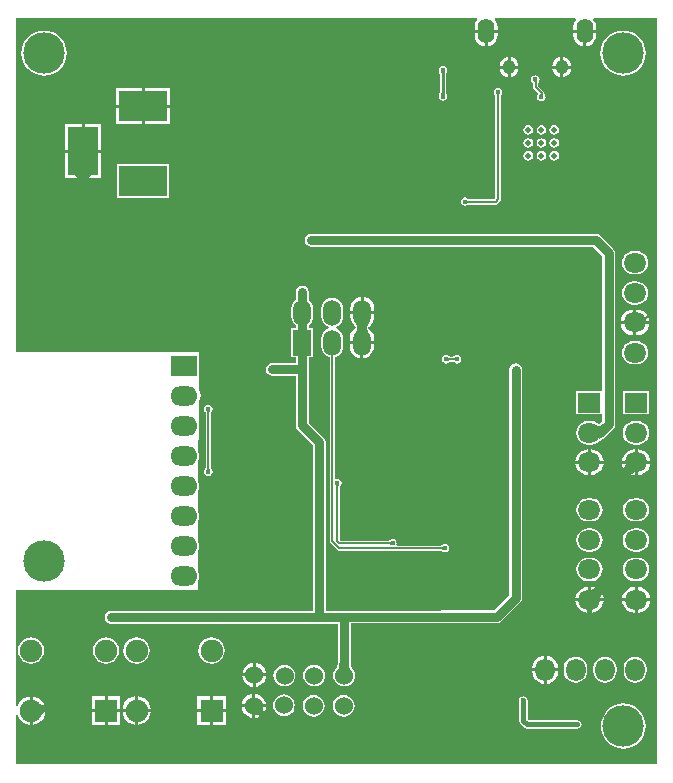
<source format=gbl>
%FSTAX23Y23*%
%MOIN*%
%SFA1B1*%

%IPPOS*%
%ADD12C,0.006000*%
%ADD13C,0.010000*%
%ADD40R,0.100000X0.160000*%
%ADD41R,0.160000X0.100000*%
%ADD42O,0.065000X0.075000*%
%ADD43C,0.138000*%
%ADD44O,0.090000X0.065000*%
%ADD45R,0.090000X0.065000*%
%ADD46O,0.075000X0.065000*%
%ADD47R,0.075000X0.075000*%
%ADD48C,0.075000*%
%ADD49O,0.041300X0.049200*%
%ADD50R,0.060000X0.086000*%
%ADD51O,0.060000X0.086000*%
%ADD52R,0.075000X0.065000*%
%ADD53C,0.060000*%
%ADD54C,0.015700*%
%ADD55C,0.030000*%
%ADD56C,0.015000*%
%ADD57C,0.019700*%
%ADD58O,0.055100X0.082700*%
%LNpcb_bug_v2-1*%
%LPD*%
G36*
X04184Y01451D02*
X02046D01*
Y01614*
X02051Y01615*
X02055Y01606*
X02062Y01596*
X02072Y01589*
X02084Y01584*
X02091Y01583*
Y0163*
Y01677*
X02084Y01676*
X02072Y01672*
X02062Y01664*
X02055Y01654*
X02051Y01645*
X02046Y01646*
Y02031*
X02654*
Y02066*
X02655Y0207*
X02657Y0208*
X02655Y0209*
X02654Y02093*
X02654Y02167*
X02655Y0217*
X02657Y0218*
X02655Y0219*
X02654Y02193*
Y02267*
X02655Y0227*
X02657Y0228*
X02655Y0229*
X02654Y02292*
X02654Y02367*
X02655Y0237*
X02657Y0238*
X02655Y0239*
X02654Y02392*
X02654Y02467*
X02655Y0247*
X02657Y0248*
X02655Y0249*
X02654Y02492*
X02655Y02568*
X02655Y0257*
X02657Y0258*
X02655Y0259*
X02655Y02592*
X02655Y02658*
X02655Y02658*
X02659Y02669*
X02661Y0268*
X02659Y02691*
X02655Y02701*
X02655Y02701*
Y02741*
X02656*
Y02818*
X02655Y0282*
Y02827*
X02046*
Y03938*
X03582*
X03584Y03933*
X0358Y03928*
X03576Y03919*
X03575Y03909*
Y039*
X03651*
Y03909*
X03649Y03919*
X03646Y03928*
X03642Y03933*
X03644Y03938*
X0391*
X03913Y03933*
X03909Y03928*
X03905Y03919*
X03904Y03909*
Y039*
X03942*
X0398*
Y03909*
X03978Y03919*
X03974Y03928*
X0397Y03933*
X03973Y03938*
X04184*
Y01451*
G37*
%LNpcb_bug_v2-2*%
%LPC*%
G36*
X0398Y0389D02*
X03947D01*
Y03844*
X03951Y03845*
X03961Y03849*
X03968Y03855*
X03974Y03863*
X03978Y03872*
X0398Y03882*
Y0389*
G37*
G36*
X03651D02*
X03618D01*
Y03844*
X03623Y03845*
X03632Y03849*
X0364Y03855*
X03646Y03863*
X03649Y03872*
X03651Y03882*
Y0389*
G37*
G36*
X03608D02*
X03575D01*
Y03882*
X03576Y03872*
X0358Y03863*
X03586Y03855*
X03594Y03849*
X03603Y03845*
X03608Y03844*
Y0389*
G37*
G36*
X03937D02*
X03904D01*
Y03882*
X03905Y03872*
X03909Y03863*
X03915Y03855*
X03923Y03849*
X03932Y03845*
X03937Y03844*
Y0389*
G37*
G36*
X0387Y03809D02*
Y0378D01*
X03896*
X03895Y03787*
X03892Y03795*
X03887Y03801*
X0388Y03806*
X03873Y03809*
X0387Y03809*
G37*
G36*
X03695D02*
Y0378D01*
X0372*
X0372Y03787*
X03716Y03795*
X03712Y03801*
X03705Y03806*
X03698Y03809*
X03695Y03809*
G37*
G36*
X0386D02*
X03857Y03809D01*
X03849Y03806*
X03843Y03801*
X03838Y03795*
X03835Y03787*
X03834Y0378*
X0386*
Y03809*
G37*
G36*
X03685D02*
X03682Y03809D01*
X03674Y03806*
X03668Y03801*
X03663Y03795*
X0366Y03787*
X03659Y0378*
X03685*
Y03809*
G37*
G36*
X0407Y03897D02*
X04055Y03896D01*
X04041Y03891*
X04028Y03884*
X04016Y03875*
X04007Y03864*
X04Y03851*
X03996Y03837*
X03994Y03822*
X03996Y03807*
X04Y03793*
X04007Y0378*
X04016Y03769*
X04028Y03759*
X04041Y03752*
X04055Y03748*
X0407Y03746*
X04084Y03748*
X04098Y03752*
X04111Y03759*
X04123Y03769*
X04132Y0378*
X04139Y03793*
X04143Y03807*
X04145Y03822*
X04143Y03837*
X04139Y03851*
X04132Y03864*
X04123Y03875*
X04111Y03884*
X04098Y03891*
X04084Y03896*
X0407Y03897*
G37*
G36*
X02139D02*
X02125Y03896D01*
X02111Y03891*
X02098Y03884*
X02086Y03875*
X02077Y03864*
X0207Y03851*
X02066Y03837*
X02064Y03822*
X02066Y03807*
X0207Y03793*
X02077Y0378*
X02086Y03769*
X02098Y03759*
X02111Y03752*
X02125Y03748*
X02139Y03746*
X02154Y03748*
X02168Y03752*
X02181Y03759*
X02193Y03769*
X02202Y0378*
X02209Y03793*
X02213Y03807*
X02215Y03822*
X02213Y03837*
X02209Y03851*
X02202Y03864*
X02193Y03875*
X02181Y03884*
X02168Y03891*
X02154Y03896*
X02139Y03897*
G37*
G36*
X0386Y0377D02*
X03834D01*
X03835Y03763*
X03838Y03756*
X03843Y03749*
X03849Y03744*
X03857Y03741*
X0386Y03741*
Y0377*
G37*
G36*
X03685D02*
X03659D01*
X0366Y03763*
X03663Y03756*
X03668Y03749*
X03674Y03744*
X03682Y03741*
X03685Y03741*
Y0377*
G37*
G36*
X03896D02*
X0387D01*
Y03741*
X03873Y03741*
X0388Y03744*
X03887Y03749*
X03892Y03756*
X03895Y03763*
X03896Y0377*
G37*
G36*
X0372D02*
X03695D01*
Y03741*
X03698Y03741*
X03705Y03744*
X03712Y03749*
X03716Y03756*
X0372Y03763*
X0372Y0377*
G37*
G36*
X03469Y03779D02*
X03463Y03778D01*
X03459Y03775*
X03456Y0377*
X03455Y03765*
X03456Y03759*
X03457Y03757*
X03457Y03755*
Y03754*
X03458Y03753*
Y03689*
X03457Y03688*
Y03686*
X03457Y03685*
Y03685*
X03457*
X03456Y03683*
X03455Y03677*
X03456Y03672*
X03459Y03667*
X03463Y03664*
X03469Y03663*
X03474Y03664*
X03479Y03667*
X03482Y03672*
X03483Y03677*
X03482Y03683*
X03481Y03685*
X0348Y03687*
Y03688*
X0348Y03689*
Y03753*
X0348Y03754*
Y03756*
Y03757*
X0348Y03757*
X03482Y03759*
X03483Y03765*
X03482Y0377*
X03479Y03775*
X03474Y03778*
X03469Y03779*
G37*
G36*
X03777Y03748D02*
X03772Y03747D01*
X03767Y03744*
X03764Y03739*
X03763Y03734*
X03764Y03728*
X03767Y03724*
X03767Y03723*
X03768Y03723*
X03768Y03723*
X03768Y03722*
X03768Y03722*
Y03722*
X03768Y03722*
Y03722*
Y03722*
Y03721*
X03768Y03721*
Y03721*
X03769Y0372*
Y03709*
X03769Y03706*
X03771Y03703*
X03785Y0369*
X03785Y03689*
X03787Y03685*
X03784Y0368*
X03783Y03675*
X03784Y03669*
X03787Y03665*
X03792Y03662*
X03797Y03661*
X03802Y03662*
X03807Y03665*
X0381Y03669*
X03811Y03675*
X0381Y0368*
X03808Y03683*
X03808Y03684*
X03808Y03685*
X03807Y03685*
X03807Y03685*
X03807Y03685*
Y03685*
X03807Y03685*
X03807Y03686*
Y03686*
Y03686*
Y03687*
X03807Y03687*
Y0369*
X03806Y03693*
X03804Y03696*
X03787Y03713*
Y03721*
X03787Y03722*
Y03722*
X03787Y03722*
Y03723*
X03787Y03723*
Y03723*
X03788Y03723*
X03788Y03723*
X03788Y03724*
X03788Y03724*
X03788Y03724*
X03789Y03725*
X0379Y03728*
X03791Y03734*
X0379Y03739*
X03787Y03744*
X03783Y03747*
X03777Y03748*
G37*
G36*
X0256Y03705D02*
X02475D01*
Y0365*
X0256*
Y03705*
G37*
G36*
X02465D02*
X0238D01*
Y0365*
X02465*
Y03705*
G37*
G36*
X0256Y0364D02*
X02475D01*
Y03585*
X0256*
Y0364*
G37*
G36*
X02465D02*
X0238D01*
Y03585*
X02465*
Y0364*
G37*
G36*
X0384Y03582D02*
X03834Y03581D01*
X03829Y03577*
X03825Y03572*
X03824Y03566*
X03825Y0356*
X03829Y03554*
X03834Y03551*
X0384Y0355*
X03846Y03551*
X03852Y03554*
X03855Y0356*
X03856Y03566*
X03855Y03572*
X03852Y03577*
X03846Y03581*
X0384Y03582*
G37*
G36*
X03797D02*
X03791Y03581D01*
X03785Y03577*
X03782Y03572*
X03781Y03566*
X03782Y0356*
X03785Y03554*
X03791Y03551*
X03797Y0355*
X03803Y03551*
X03808Y03554*
X03812Y0356*
X03813Y03566*
X03812Y03572*
X03808Y03577*
X03803Y03581*
X03797Y03582*
G37*
G36*
X03754D02*
X03747Y03581D01*
X03742Y03577*
X03739Y03572*
X03737Y03566*
X03739Y0356*
X03742Y03554*
X03747Y03551*
X03754Y0355*
X0376Y03551*
X03765Y03554*
X03768Y0356*
X0377Y03566*
X03768Y03572*
X03765Y03577*
X0376Y03581*
X03754Y03582*
G37*
G36*
X0384Y03539D02*
X03834Y03537D01*
X03829Y03534*
X03825Y03529*
X03824Y03522*
X03825Y03516*
X03829Y03511*
X03834Y03508*
X0384Y03506*
X03846Y03508*
X03852Y03511*
X03855Y03516*
X03856Y03522*
X03855Y03529*
X03852Y03534*
X03846Y03537*
X0384Y03539*
G37*
G36*
X03797D02*
X03791Y03537D01*
X03785Y03534*
X03782Y03529*
X03781Y03522*
X03782Y03516*
X03785Y03511*
X03791Y03508*
X03797Y03506*
X03803Y03508*
X03808Y03511*
X03812Y03516*
X03813Y03522*
X03812Y03529*
X03808Y03534*
X03803Y03537*
X03797Y03539*
G37*
G36*
X03754D02*
X03747Y03537D01*
X03742Y03534*
X03739Y03529*
X03737Y03522*
X03739Y03516*
X03742Y03511*
X03747Y03508*
X03754Y03506*
X0376Y03508*
X03765Y03511*
X03768Y03516*
X0377Y03522*
X03768Y03529*
X03765Y03534*
X0376Y03537*
X03754Y03539*
G37*
G36*
X0233Y03585D02*
X02275D01*
Y035*
X0233*
Y03585*
G37*
G36*
X02265D02*
X0221D01*
Y035*
X02265*
Y03585*
G37*
G36*
X0384Y03495D02*
X03834Y03494D01*
X03829Y03491*
X03825Y03485*
X03824Y03479*
X03825Y03473*
X03829Y03468*
X03834Y03464*
X0384Y03463*
X03846Y03464*
X03852Y03468*
X03855Y03473*
X03856Y03479*
X03855Y03485*
X03852Y03491*
X03846Y03494*
X0384Y03495*
G37*
G36*
X03797D02*
X03791Y03494D01*
X03785Y03491*
X03782Y03485*
X03781Y03479*
X03782Y03473*
X03785Y03468*
X03791Y03464*
X03797Y03463*
X03803Y03464*
X03808Y03468*
X03812Y03473*
X03813Y03479*
X03812Y03485*
X03808Y03491*
X03803Y03494*
X03797Y03495*
G37*
G36*
X03754D02*
X03747Y03494D01*
X03742Y03491*
X03739Y03485*
X03737Y03479*
X03739Y03473*
X03742Y03468*
X03747Y03464*
X03754Y03463*
X0376Y03464*
X03765Y03468*
X03768Y03473*
X0377Y03479*
X03768Y03485*
X03765Y03491*
X0376Y03494*
X03754Y03495*
G37*
G36*
X0233Y0349D02*
X02275D01*
Y03415*
X023*
X02297Y03414*
X02294Y03413*
X02292Y03412*
X0229Y0341*
X02288Y03407*
X02287Y03405*
X0233*
Y0349*
G37*
G36*
X02265D02*
X0221D01*
Y03405*
X02252*
X02251Y03407*
X02249Y0341*
X02247Y03412*
X02245Y03413*
X02242Y03414*
X0224Y03415*
X02265*
Y0349*
G37*
G36*
X02556Y03451D02*
X02384D01*
Y03339*
X02556*
Y03451*
G37*
G36*
X03653Y03706D02*
X03648Y03705D01*
X03643Y03702*
X0364Y03698*
X03639Y03692*
X0364Y03687*
X03642Y03683*
X03643Y03682*
X03643Y03682*
Y03682*
X03643Y03682*
X03643Y03682*
Y03681*
X03643Y03681*
Y03681*
X03644Y03681*
Y03681*
Y0368*
X03644Y03679*
Y03338*
X03641Y03336*
X03556*
X03555Y03336*
X03555Y03336*
X03555Y03336*
X03555*
X03554*
X03554Y03336*
X03554*
X03554Y03336*
X03554*
X03554*
Y03336*
X03554*
X03553Y03336*
X03553Y03337*
X03553Y03337*
X03548Y0334*
X03543Y03341*
X03537Y0334*
X03533Y03337*
X0353Y03332*
X03529Y03327*
X0353Y03321*
X03533Y03317*
X03537Y03314*
X03543Y03313*
X03548Y03314*
X03551Y03316*
X03552Y03316*
X03553Y03316*
X03553Y03316*
X03553Y03317*
X03553*
X03553Y03317*
X03553Y03317*
X03554*
X03554Y03317*
X03554*
X03555*
X03556Y03317*
X03645*
X03648Y03318*
X03651Y0332*
X0366Y03328*
X03662Y03331*
X03662Y03335*
Y03679*
X03663Y0368*
Y03681*
Y03681*
X03663Y03681*
Y03681*
X03663Y03681*
Y03682*
X03663Y03682*
X03663Y03682*
Y03682*
X03663Y03682*
X03664Y03683*
X03666Y03687*
X03667Y03692*
X03666Y03698*
X03663Y03702*
X03658Y03705*
X03653Y03706*
G37*
G36*
X04114Y03162D02*
X04104D01*
X04094Y03161*
X04085Y03157*
X04077Y03151*
X04071Y03143*
X04067Y03133*
X04066Y03123*
X04067Y03113*
X04071Y03104*
X04077Y03096*
X04085Y0309*
X04094Y03086*
X04104Y03084*
X04114*
X04124Y03086*
X04134Y0309*
X04142Y03096*
X04148Y03104*
X04152Y03113*
X04153Y03123*
X04152Y03133*
X04148Y03143*
X04142Y03151*
X04134Y03157*
X04124Y03161*
X04114Y03162*
G37*
G36*
Y03061D02*
X04104D01*
X04094Y0306*
X04085Y03056*
X04077Y0305*
X04071Y03042*
X04067Y03032*
X04066Y03022*
X04067Y03012*
X04071Y03003*
X04077Y02995*
X04085Y02989*
X04094Y02985*
X04104Y02983*
X04114*
X04124Y02985*
X04134Y02989*
X04142Y02995*
X04148Y03003*
X04152Y03012*
X04153Y03022*
X04152Y03032*
X04148Y03042*
X04142Y0305*
X04134Y03056*
X04124Y0306*
X04114Y03061*
G37*
G36*
X03205Y0301D02*
Y02962D01*
X0324*
Y0297*
X03239Y02981*
X03235Y02991*
X03228Y02999*
X0322Y03005*
X0321Y03009*
X03205Y0301*
G37*
G36*
X03195D02*
X03189Y03009D01*
X0318Y03005*
X03171Y02999*
X03165Y02991*
X03161Y02981*
X03159Y0297*
Y02962*
X03195*
Y0301*
G37*
G36*
X04114Y02967D02*
Y02929D01*
X04157*
X04156Y02935*
X04152Y02946*
X04145Y02954*
X04136Y02961*
X04126Y02966*
X04114Y02967*
G37*
G36*
X04104D02*
D01*
X04093Y02966*
X04083Y02961*
X04074Y02954*
X04067Y02946*
X04063Y02935*
X04062Y02929*
X04104*
Y02967*
G37*
G36*
X04157Y02919D02*
X04114D01*
Y02881*
X04126Y02883*
X04136Y02887*
X04145Y02894*
X04152Y02903*
X04156Y02913*
X04157Y02919*
G37*
G36*
X04104D02*
X04062D01*
X04063Y02913*
X04067Y02903*
X04074Y02894*
X04083Y02887*
X04093Y02883*
X04104Y02881*
Y02919*
G37*
G36*
X0324Y02952D02*
X03159D01*
Y02944*
X03161Y02934*
X03165Y02924*
X03171Y02916*
X03178Y0291*
X03178Y02907*
X03178Y02906*
X03178Y02905*
X0317Y02899*
X03164Y02891*
X0316Y02881*
X03158Y0287*
Y02862*
X03239*
Y0287*
X03238Y02881*
X03234Y02891*
X03227Y02899*
X0322Y02904*
X0322Y02907*
X0322Y02909*
X03221Y0291*
X03228Y02916*
X03235Y02924*
X03239Y02934*
X0324Y02944*
Y02952*
G37*
G36*
X03516Y02815D02*
X03511Y02814D01*
X03507Y02812*
X03506Y02811*
X03506Y02811*
X03506Y02811*
X03505*
X03505Y02811*
X03505*
X03505Y02811*
X03505*
X03505Y02811*
X03504*
X03504*
X03503Y0281*
X03493*
X03493Y02811*
X03492*
X03492*
X03491Y02811*
X03491*
X03491Y02811*
X03491*
X03491Y02811*
X03491*
X03491Y02811*
X0349Y02811*
X03489Y02812*
X03486Y02814*
X0348Y02815*
X03475Y02814*
X0347Y02811*
X03467Y02807*
X03466Y02801*
X03467Y02796*
X0347Y02791*
X03475Y02788*
X0348Y02787*
X03486Y02788*
X03489Y02791*
X0349Y02791*
X03491Y02791*
X03491Y02791*
X03491Y02791*
X03491Y02792*
X03491*
X03491Y02792*
X03491*
X03492Y02792*
X03492*
X03493*
X03493Y02792*
X03503*
X03504Y02792*
X03504*
X03505*
X03505Y02792*
X03505*
X03505Y02792*
X03505*
X03505Y02791*
X03506Y02791*
X03506Y02791*
X03506Y02791*
X03507Y02791*
X03511Y02788*
X03516Y02787*
X03521Y02788*
X03526Y02791*
X03529Y02796*
X0353Y02801*
X03529Y02807*
X03526Y02811*
X03521Y02814*
X03516Y02815*
G37*
G36*
X03239Y02852D02*
X03204D01*
Y02805*
X03209Y02805*
X03219Y02809*
X03227Y02816*
X03234Y02824*
X03238Y02834*
X03239Y02844*
Y02852*
G37*
G36*
X03194D02*
X03158D01*
Y02844*
X0316Y02834*
X03164Y02824*
X0317Y02816*
X03179Y02809*
X03188Y02805*
X03194Y02805*
Y02852*
G37*
G36*
X04114Y02862D02*
X04104D01*
X04094Y02861*
X04085Y02857*
X04077Y02851*
X04071Y02843*
X04067Y02833*
X04066Y02823*
X04067Y02813*
X04071Y02804*
X04077Y02796*
X04085Y0279*
X04094Y02786*
X04104Y02784*
X04114*
X04124Y02786*
X04134Y0279*
X04142Y02796*
X04148Y02804*
X04152Y02813*
X04153Y02823*
X04152Y02833*
X04148Y02843*
X04142Y02851*
X04134Y02857*
X04124Y02861*
X04114Y02862*
G37*
G36*
X04156Y02696D02*
X04069D01*
Y02619*
X04156*
Y02696*
G37*
G36*
X03978Y0322D02*
X0303D01*
X03022Y03218*
X03015Y03214*
X0301Y03207*
X03009Y03199*
X0301Y0319*
X03015Y03183*
X03022Y03179*
X0303Y03177*
X03969*
X04Y03146*
Y02696*
X03914*
Y02619*
X04*
Y02594*
X03996Y02591*
X03992Y02588*
X03989Y02586*
X03988Y02585*
X03982Y0259*
X03972Y02594*
X03962Y02595*
X03952*
X03942Y02594*
X03933Y0259*
X03925Y02584*
X03919Y02576*
X03915Y02566*
X03914Y02556*
X03915Y02546*
X03919Y02537*
X03925Y02529*
X03933Y02523*
X03942Y02519*
X03952Y02517*
X03962*
X03972Y02519*
X03982Y02523*
X03989Y02528*
X0399*
X03992Y02529*
X03994Y0253*
X04001Y02536*
X04001*
X04008Y02541*
X04022Y02555*
X04022Y02555*
X04023Y02555*
X04023*
X04031Y02564*
X04031Y02564*
X04037Y0257*
X04042Y02577*
X04043Y02585*
Y03155*
X04042Y03163*
X04037Y0317*
X03993Y03214*
X03986Y03218*
X03978Y0322*
G37*
G36*
X04118Y02595D02*
X04108D01*
X04098Y02594*
X04088Y0259*
X0408Y02584*
X04074Y02576*
X0407Y02566*
X04069Y02556*
X0407Y02546*
X04074Y02537*
X0408Y02529*
X04088Y02523*
X04098Y02519*
X04108Y02517*
X04118*
X04128Y02519*
X04137Y02523*
X04145Y02529*
X04151Y02537*
X04155Y02546*
X04157Y02556*
X04155Y02566*
X04151Y02576*
X04145Y02584*
X04137Y0259*
X04128Y02594*
X04118Y02595*
G37*
G36*
Y02501D02*
D01*
Y02463*
X0416*
X04159Y02469*
X04155Y0248*
X04148Y02489*
X04139Y02495*
X04129Y025*
X04118Y02501*
G37*
G36*
X03962D02*
D01*
Y02463*
X04005*
X04004Y02469*
X03999Y0248*
X03993Y02489*
X03984Y02495*
X03973Y025*
X03962Y02501*
G37*
G36*
X04108D02*
X04097Y025D01*
X04086Y02495*
X04078Y02489*
X04071Y0248*
X04066Y02469*
X04066Y02463*
X04076*
X04076Y02464*
X04076Y02463*
X04108*
Y02501*
G37*
G36*
X03952D02*
X03941Y025D01*
X03931Y02495*
X03922Y02489*
X03915Y0248*
X03911Y02469*
X0391Y02463*
X03952*
Y02501*
G37*
G36*
X04108Y02453D02*
X04089D01*
X04108Y02439*
Y02453*
G37*
G36*
X04079D02*
X04066D01*
X04066Y02447*
X0407Y02438*
X04072Y0244*
X04075Y02445*
X04077Y02449*
X04079Y02453*
X04079Y02453*
G37*
G36*
X0416D02*
X04118D01*
Y02431*
X04123Y02426*
X04121Y02428*
X04118Y02428*
Y02415*
X04129Y02417*
X04139Y02421*
X04148Y02428*
X04155Y02437*
X04159Y02447*
X0416Y02453*
G37*
G36*
X04005D02*
X03962D01*
Y02415*
X03973Y02417*
X03984Y02421*
X03993Y02428*
X03999Y02437*
X04004Y02447*
X04005Y02453*
G37*
G36*
X04108Y02426D02*
X04107Y02426D01*
X04102Y02423*
X04098Y0242*
X04095Y02418*
X04097Y02417*
X04108Y02415*
Y02426*
G37*
G36*
X03952Y02453D02*
X0391D01*
X03911Y02447*
X03915Y02437*
X03922Y02428*
X03931Y02421*
X03941Y02417*
X03952Y02415*
Y02453*
G37*
G36*
X02687Y0265D02*
X02682Y02649D01*
X02677Y02646*
X02674Y02641*
X02673Y02636*
X02674Y0263*
X02676Y02627*
X02677Y02626*
X02677Y02625*
X02677Y02625*
X02677Y02625*
Y02625*
X02677Y02625*
Y02625*
X02677Y02625*
Y02624*
X02678Y02624*
Y02624*
X02678Y02623*
Y02439*
X02678Y02439*
Y02438*
X02677Y02438*
Y02437*
X02677Y02437*
Y02437*
X02677Y02437*
Y02437*
X02677Y02437*
X02677Y02437*
X02677Y02436*
X02676Y02435*
X02674Y02432*
X02673Y02426*
X02674Y02421*
X02677Y02416*
X02682Y02413*
X02687Y02412*
X02692Y02413*
X02697Y02416*
X027Y02421*
X02701Y02426*
X027Y02432*
X02698Y02435*
X02697Y02436*
X02697Y02437*
X02697Y02437*
X02697Y02437*
Y02437*
X02697Y02437*
Y02437*
X02697Y02437*
Y02438*
Y02438*
Y02439*
X02696Y02439*
Y02623*
X02697Y02624*
Y02624*
Y02624*
Y02625*
X02697Y02625*
Y02625*
X02697Y02625*
Y02625*
X02697Y02625*
X02697Y02625*
X02697Y02626*
X02698Y02627*
X027Y0263*
X02701Y02636*
X027Y02641*
X02697Y02646*
X02692Y02649*
X02687Y0265*
G37*
G36*
X04118Y02339D02*
X04108D01*
X04098Y02337*
X04088Y02334*
X0408Y02327*
X04074Y02319*
X0407Y0231*
X04069Y023*
X0407Y0229*
X04074Y02281*
X0408Y02273*
X04088Y02266*
X04098Y02262*
X04108Y02261*
X04118*
X04128Y02262*
X04137Y02266*
X04145Y02273*
X04151Y02281*
X04155Y0229*
X04157Y023*
X04155Y0231*
X04151Y02319*
X04145Y02327*
X04137Y02334*
X04128Y02337*
X04118Y02339*
G37*
G36*
X03962D02*
X03952D01*
X03942Y02337*
X03933Y02334*
X03925Y02327*
X03919Y02319*
X03915Y0231*
X03914Y023*
X03915Y0229*
X03919Y02281*
X03925Y02273*
X03933Y02266*
X03942Y02262*
X03952Y02261*
X03962*
X03972Y02262*
X03982Y02266*
X0399Y02273*
X03996Y02281*
X04Y0229*
X04001Y023*
X04Y0231*
X03996Y02319*
X0399Y02327*
X03982Y02334*
X03972Y02337*
X03962Y02339*
G37*
G36*
X04118Y02238D02*
X04108D01*
X04098Y02236*
X04088Y02233*
X0408Y02226*
X04074Y02218*
X0407Y02209*
X04069Y02199*
X0407Y02189*
X04074Y0218*
X0408Y02172*
X04088Y02165*
X04098Y02161*
X04108Y0216*
X04118*
X04128Y02161*
X04137Y02165*
X04145Y02172*
X04151Y0218*
X04155Y02189*
X04157Y02199*
X04155Y02209*
X04151Y02218*
X04145Y02226*
X04137Y02233*
X04128Y02236*
X04118Y02238*
G37*
G36*
X03962D02*
X03952D01*
X03942Y02236*
X03933Y02233*
X03925Y02226*
X03919Y02218*
X03915Y02209*
X03914Y02199*
X03915Y02189*
X03919Y0218*
X03925Y02172*
X03933Y02165*
X03942Y02161*
X03952Y0216*
X03962*
X03972Y02161*
X03982Y02165*
X0399Y02172*
X03996Y0218*
X04Y02189*
X04001Y02199*
X04Y02209*
X03996Y02218*
X0399Y02226*
X03982Y02233*
X03972Y02236*
X03962Y02238*
G37*
G36*
X031Y03007D02*
X0309Y03005D01*
X03082Y03002*
X03074Y02996*
X03068Y02988*
X03065Y0298*
X03063Y0297*
Y02944*
X03065Y02935*
X03068Y02926*
X03074Y02919*
X03082Y02913*
X03089Y0291*
Y02905*
X03082Y02902*
X03074Y02896*
X03068Y02888*
X03065Y0288*
X03063Y0287*
Y02844*
X03065Y02835*
X03068Y02826*
X03074Y02819*
X03082Y02813*
X0309Y02809*
Y02808*
X03091Y02808*
Y02195*
X03091Y02192*
X03093Y02189*
X03118Y02164*
X03121Y02162*
X03124Y02162*
X03463*
X03464Y02161*
X03465*
X03465*
X03465Y02161*
X03466*
X03466Y02161*
X03466Y02161*
X03466Y02161*
X03467Y02161*
X03467Y02161*
X03467Y0216*
X03468Y0216*
X0347Y02159*
X03476Y02158*
X03481Y02159*
X03486Y02162*
X03489Y02166*
X0349Y02172*
X03489Y02177*
X03486Y02182*
X03481Y02185*
X03476Y02186*
X0347Y02185*
X03466Y02182*
X03465Y02181*
X03464Y02181*
X03464Y0218*
X03464*
X03464Y0218*
X03464*
X03463*
X03463Y0218*
X03462Y0218*
X03462Y0218*
X03318*
X03314Y02185*
X03315Y02188*
X03314Y02193*
X03311Y02198*
X03306Y02201*
X03301Y02202*
X03295Y02201*
X03292Y02198*
X03291Y02198*
X0329Y02198*
X0329Y02197*
X0329*
X0329Y02197*
X0329*
X0329Y02197*
X0329*
X03289Y02197*
X03289*
X03289*
X03288Y02197*
X03128*
X03126Y02199*
Y02376*
X03126Y02377*
Y02378*
Y02378*
X03127Y02378*
Y02378*
X03127Y02378*
Y02379*
X03127Y02379*
Y02379*
X03127Y02379*
X03127Y02379*
X03128Y0238*
X0313Y02384*
X03131Y02389*
X0313Y02395*
X03127Y02399*
X03122Y02402*
X03117Y02403*
X03114Y02403*
X03109Y02406*
Y02808*
X03109Y02808*
Y02809*
X03118Y02813*
X03125Y02819*
X03131Y02826*
X03135Y02835*
X03136Y02844*
Y0287*
X03135Y0288*
X03131Y02888*
X03125Y02896*
X03118Y02902*
X03111Y02905*
Y0291*
X03118Y02913*
X03125Y02919*
X03131Y02926*
X03135Y02935*
X03136Y02944*
Y0297*
X03135Y0298*
X03131Y02988*
X03125Y02996*
X03118Y03002*
X03109Y03005*
X031Y03007*
G37*
G36*
X04118Y0214D02*
X04108D01*
X04098Y02138*
X04088Y02135*
X0408Y02128*
X04074Y0212*
X0407Y02111*
X04069Y02101*
X0407Y02091*
X04074Y02082*
X0408Y02074*
X04088Y02067*
X04098Y02063*
X04108Y02062*
X04118*
X04128Y02063*
X04137Y02067*
X04145Y02074*
X04151Y02082*
X04155Y02091*
X04157Y02101*
X04155Y02111*
X04151Y0212*
X04145Y02128*
X04137Y02135*
X04128Y02138*
X04118Y0214*
G37*
G36*
X03962D02*
X03952D01*
X03942Y02138*
X03933Y02135*
X03925Y02128*
X03919Y0212*
X03915Y02111*
X03914Y02101*
X03915Y02091*
X03919Y02082*
X03925Y02074*
X03933Y02067*
X03942Y02063*
X03952Y02062*
X03962*
X03972Y02063*
X03982Y02067*
X0399Y02074*
X03996Y02082*
X04Y02091*
X04001Y02101*
X04Y02111*
X03996Y0212*
X0399Y02128*
X03982Y02135*
X03972Y02138*
X03962Y0214*
G37*
G36*
Y02043D02*
D01*
Y02032*
X03963Y02033*
X03968Y02035*
X03973Y02038*
X03975Y02041*
X03973Y02041*
X03962Y02043*
G37*
G36*
X03952D02*
X03941Y02041D01*
X03931Y02037*
X03922Y0203*
X03915Y02021*
X03911Y02011*
X0391Y02005*
X03952*
Y02028*
X03947Y02032*
X0395Y0203*
X03952Y0203*
Y02043*
G37*
G36*
X04Y0202D02*
X03999Y02018D01*
X03995Y02013*
X03993Y02009*
X03992Y02005*
X03992Y02005*
X04005*
X04004Y02011*
X04Y0202*
G37*
G36*
X04118Y02043D02*
D01*
Y02005*
X0416*
X04159Y02011*
X04155Y02021*
X04148Y0203*
X04139Y02037*
X04129Y02041*
X04118Y02043*
G37*
G36*
X03962Y0202D02*
Y02005D01*
X03981*
X03962Y0202*
G37*
G36*
X04108Y02043D02*
X04097Y02041D01*
X04086Y02037*
X04078Y0203*
X04071Y02021*
X04066Y02011*
X04066Y02005*
X04108*
Y02043*
G37*
G36*
X04005Y01995D02*
X03994D01*
X03994Y01995*
X03994Y01995*
X03962*
Y01989*
X03968*
X03967Y01988*
X03967Y01987*
X03966Y01985*
X03966Y01983*
X03965Y01976*
X03965Y01969*
X03972*
X03971Y01969*
X0397Y01969*
X03969Y01968*
X03968Y01967*
X03967Y01965*
X03966Y01963*
X03966Y01961*
X03965Y01959*
X03965Y01957*
X03973Y01959*
X03984Y01963*
X03993Y0197*
X03999Y01979*
X04004Y01989*
X04005Y01995*
G37*
G36*
X03952D02*
X0391D01*
X03911Y01989*
X03915Y01979*
X03922Y0197*
X03931Y01963*
X03941Y01959*
X0395Y01957*
X0395Y01959*
X03949Y01961*
X03949Y01963*
X03948Y01965*
X03947Y01967*
X03946Y01968*
X03945Y01969*
X03944Y01969*
X03942Y01969*
X03949*
X03948Y01985*
X03948Y01987*
X03947Y01988*
X03947Y01989*
X03952*
Y01995*
G37*
G36*
X0416D02*
X04118D01*
Y01957*
X04129Y01959*
X04139Y01963*
X04148Y0197*
X04155Y01979*
X04159Y01989*
X0416Y01995*
G37*
G36*
X04108D02*
X04066D01*
X04066Y01989*
X04071Y01979*
X04078Y0197*
X04086Y01963*
X04097Y01959*
X04108Y01957*
Y01995*
G37*
G36*
X02698Y01874D02*
X02686Y01873D01*
X02676Y01868*
X02667Y01861*
X0266Y01852*
X02655Y01842*
X02654Y0183*
X02655Y01819*
X0266Y01808*
X02667Y01799*
X02676Y01792*
X02686Y01788*
X02698Y01786*
X02709Y01788*
X0272Y01792*
X02729Y01799*
X02736Y01808*
X0274Y01819*
X02742Y0183*
X0274Y01842*
X02736Y01852*
X02729Y01861*
X0272Y01868*
X02709Y01873*
X02698Y01874*
G37*
G36*
X02448D02*
X02436Y01873D01*
X02426Y01868*
X02417Y01861*
X0241Y01852*
X02405Y01842*
X02404Y0183*
X02405Y01819*
X0241Y01808*
X02417Y01799*
X02426Y01792*
X02436Y01788*
X02448Y01786*
X02459Y01788*
X0247Y01792*
X02479Y01799*
X02486Y01808*
X0249Y01819*
X02492Y0183*
X0249Y01842*
X02486Y01852*
X02479Y01861*
X0247Y01868*
X02459Y01873*
X02448Y01874*
G37*
G36*
X02346Y01874D02*
X02335Y01872D01*
X02324Y01868*
X02315Y01861*
X02308Y01852*
X02304Y01841*
X02302Y0183*
X02304Y01819*
X02308Y01808*
X02315Y01799*
X02324Y01792*
X02335Y01788*
X02346Y01786*
X02357Y01788*
X02368Y01792*
X02377Y01799*
X02384Y01808*
X02388Y01819*
X0239Y0183*
X02388Y01841*
X02384Y01852*
X02377Y01861*
X02368Y01868*
X02357Y01872*
X02346Y01874*
G37*
G36*
X02096D02*
X02085Y01872D01*
X02074Y01868*
X02065Y01861*
X02058Y01852*
X02054Y01841*
X02052Y0183*
X02054Y01819*
X02058Y01808*
X02065Y01799*
X02074Y01792*
X02085Y01788*
X02096Y01786*
X02107Y01788*
X02118Y01792*
X02127Y01799*
X02134Y01808*
X02138Y01819*
X0214Y0183*
X02138Y01841*
X02134Y01852*
X02127Y01861*
X02118Y01868*
X02107Y01872*
X02096Y01874*
G37*
G36*
X03815Y01813D02*
Y01771D01*
X03853*
X03851Y01782*
X03847Y01793*
X0384Y01802*
X03831Y01808*
X03821Y01813*
X03815Y01813*
G37*
G36*
X03805D02*
X03799Y01813D01*
X03788Y01808*
X0378Y01802*
X03773Y01793*
X03768Y01782*
X03767Y01771*
X03805*
Y01813*
G37*
G36*
X02845Y01789D02*
Y01754D01*
X02879*
X02879Y01759*
X02875Y01769*
X02868Y01778*
X0286Y01784*
X0285Y01788*
X02845Y01789*
G37*
G36*
X02835D02*
X02829Y01788D01*
X02819Y01784*
X02811Y01778*
X02805Y01769*
X02801Y01759*
X028Y01754*
X02835*
Y01789*
G37*
G36*
X0411Y0181D02*
X041Y01809D01*
X0409Y01805*
X04082Y01799*
X04076Y01791*
X04072Y01781*
X04071Y01771*
Y01761*
X04072Y01751*
X04076Y01742*
X04082Y01734*
X0409Y01728*
X041Y01724*
X0411Y01722*
X0412Y01724*
X04129Y01728*
X04137Y01734*
X04144Y01742*
X04147Y01751*
X04149Y01761*
Y01771*
X04147Y01781*
X04144Y01791*
X04137Y01799*
X04129Y01805*
X0412Y01809*
X0411Y0181*
G37*
G36*
X04009D02*
X03999Y01809D01*
X03989Y01805*
X03981Y01799*
X03975Y01791*
X03971Y01781*
X0397Y01771*
Y01761*
X03971Y01751*
X03975Y01742*
X03981Y01734*
X03989Y01728*
X03999Y01724*
X04009Y01722*
X04019Y01724*
X04028Y01728*
X04036Y01734*
X04043Y01742*
X04046Y01751*
X04048Y01761*
Y01771*
X04046Y01781*
X04043Y01791*
X04036Y01799*
X04028Y01805*
X04019Y01809*
X04009Y0181*
G37*
G36*
X03911D02*
X03901Y01809D01*
X03891Y01805*
X03883Y01799*
X03877Y01791*
X03873Y01781*
X03872Y01771*
Y01761*
X03873Y01751*
X03877Y01742*
X03883Y01734*
X03891Y01728*
X03901Y01724*
X03911Y01722*
X03921Y01724*
X0393Y01728*
X03938Y01734*
X03945Y01742*
X03948Y01751*
X0395Y01761*
Y01771*
X03948Y01781*
X03945Y01791*
X03938Y01799*
X0393Y01805*
X03921Y01809*
X03911Y0181*
G37*
G36*
X03853Y01761D02*
X03815D01*
Y01719*
X03821Y0172*
X03831Y01724*
X0384Y01731*
X03847Y0174*
X03851Y0175*
X03853Y01761*
G37*
G36*
X03805D02*
X03767D01*
X03768Y0175*
X03773Y0174*
X0378Y01731*
X03788Y01724*
X03799Y0172*
X03805Y01719*
Y01761*
G37*
G36*
X03Y03047D02*
X02992Y03045D01*
X02985Y03041*
X0298Y03034*
X02979Y03026*
Y03*
X02974Y02996*
X02968Y02988*
X02965Y0298*
X02963Y0297*
Y02944*
X02965Y02935*
X02968Y02926*
X02974Y02919*
X02979Y02915*
Y02906*
X02964*
Y02808*
X02979*
Y0279*
X029*
X02892Y02788*
X02885Y02783*
X0288Y02777*
X02878Y02768*
X0288Y0276*
X02885Y02753*
X02892Y02749*
X029Y02747*
X02979*
Y02581*
X0298Y02573*
X02985Y02566*
X03036Y02515*
Y01963*
X02363*
X02354Y01962*
X02347Y01957*
X02343Y0195*
X02341Y01942*
X02343Y01934*
X02347Y01927*
X02354Y01922*
X02363Y0192*
X03118*
Y01791*
X03118Y01791*
X03118Y01785*
X03118Y01783*
X03117Y01781*
X03117Y01779*
X03116Y01777*
X03116Y01776*
X03115Y01775*
X03115Y01774*
X03114Y01773*
X03114Y01772*
X03108Y01765*
X03104Y01756*
X03103Y01747*
X03104Y01738*
X03108Y01729*
X03114Y01721*
X03121Y01716*
X0313Y01712*
X0314Y01711*
X03149Y01712*
X03158Y01716*
X03165Y01721*
X03171Y01729*
X03175Y01738*
X03176Y01747*
X03175Y01756*
X03171Y01765*
X03166Y01772*
X03165Y01773*
X03165Y01774*
X03164Y01775*
X03163Y01776*
X03163Y01777*
X03162Y01779*
X03162Y01781*
X03162Y01783*
X03161Y01788*
X03161Y01791*
X03161Y01791*
Y01921*
X03285Y01921*
X03648Y01921*
X03652Y01922*
X03656Y01923*
X0366Y01925*
X03663Y01927*
X03727Y01991*
X03732Y01998*
X03733Y02006*
Y02165*
Y02767*
X03732Y02775*
X03727Y02782*
X0372Y02787*
X03712Y02788*
X03704Y02787*
X03697Y02782*
X03692Y02775*
X0369Y02767*
Y02165*
Y02015*
X03639Y01964*
X03284Y01963*
X0314Y01963*
X03079*
Y02524*
X03077Y02533*
X03072Y02539*
X03022Y0259*
Y02808*
X03036*
Y02906*
X03022*
Y02916*
X03025Y02919*
X03031Y02926*
X03035Y02935*
X03036Y02944*
Y0297*
X03035Y0298*
X03031Y02988*
X03025Y02996*
X03022Y02999*
Y03026*
X0302Y03034*
X03015Y03041*
X03008Y03045*
X03Y03047*
G37*
G36*
X0304Y01783D02*
X0303Y01782D01*
X03021Y01778*
X03014Y01773*
X03008Y01765*
X03004Y01756*
X03003Y01747*
X03004Y01738*
X03008Y01729*
X03014Y01721*
X03021Y01716*
X0303Y01712*
X0304Y01711*
X03049Y01712*
X03058Y01716*
X03065Y01721*
X03071Y01729*
X03075Y01738*
X03076Y01747*
X03075Y01756*
X03071Y01765*
X03065Y01773*
X03058Y01778*
X03049Y01782*
X0304Y01783*
G37*
G36*
X02941D02*
X02931Y01782D01*
X02922Y01778*
X02915Y01773*
X02909Y01765*
X02905Y01756*
X02904Y01747*
X02905Y01738*
X02909Y01729*
X02915Y01721*
X02922Y01716*
X02931Y01712*
X02941Y01711*
X0295Y01712*
X02959Y01716*
X02966Y01721*
X02972Y01729*
X02976Y01738*
X02977Y01747*
X02976Y01756*
X02972Y01765*
X02966Y01773*
X02959Y01778*
X0295Y01782*
X02941Y01783*
G37*
G36*
X02879Y01744D02*
X02845D01*
Y01709*
X0285Y0171*
X0286Y01714*
X02868Y01721*
X02875Y01729*
X02879Y01739*
X02879Y01744*
G37*
G36*
X02835D02*
X028D01*
X02801Y01739*
X02805Y01729*
X02811Y01721*
X02819Y01714*
X02829Y0171*
X02835Y01709*
Y01744*
G37*
G36*
X02844Y01686D02*
Y01651D01*
X02878*
X02878Y01656*
X02874Y01666*
X02867Y01675*
X02859Y01681*
X02849Y01685*
X02844Y01686*
G37*
G36*
X02834D02*
X02828Y01685D01*
X02818Y01681*
X0281Y01675*
X02804Y01666*
X028Y01656*
X02799Y01651*
X02834*
Y01686*
G37*
G36*
X02101Y01677D02*
Y01635D01*
X02124*
X02121Y01658*
X02125Y01655*
X02128Y01652*
X02131Y0165*
X02134Y01649*
X02137Y01648*
X0214Y01648*
X0214*
X02138Y01654*
X0213Y01664*
X0212Y01672*
X02108Y01676*
X02101Y01677*
G37*
G36*
X02745Y01678D02*
X02703D01*
Y01635*
X02745*
Y01678*
G37*
G36*
X02453Y01678D02*
Y01635D01*
X02495*
X02494Y01643*
X02489Y01654*
X02482Y01664*
X02472Y01672*
X0246Y01677*
X02453Y01678*
G37*
G36*
X02443D02*
X02435Y01677D01*
X02424Y01672*
X02414Y01664*
X02406Y01654*
X02402Y01643*
X02401Y01635*
X02443*
Y01678*
G37*
G36*
X02693Y01678D02*
X0265D01*
Y01635*
X02693*
Y01678*
G37*
G36*
X02394Y01678D02*
X02351D01*
Y01635*
X02394*
Y01678*
G37*
G36*
X02341D02*
X02299D01*
Y01635*
X02341*
Y01678*
G37*
G36*
X02878Y01641D02*
X02869D01*
X02869Y01635*
X0287Y01632*
X02871Y01629*
X02872Y01627*
X02873Y01625*
X02874Y01626*
X02878Y01636*
X02878Y01641*
G37*
G36*
X02864D02*
X02844D01*
Y01621*
X02864Y01641*
G37*
G36*
X02939Y01684D02*
X0293Y01683D01*
X02921Y01679*
X02913Y01673*
X02908Y01666*
X02904Y01657*
X02903Y01648*
X02904Y01638*
X02908Y01629*
X02913Y01622*
X02921Y01616*
X0293Y01612*
X02939Y01611*
X02948Y01612*
X02957Y01616*
X02965Y01622*
X02971Y01629*
X02974Y01638*
X02975Y01648*
X02974Y01657*
X02971Y01666*
X02965Y01673*
X02957Y01679*
X02948Y01683*
X02939Y01684*
G37*
G36*
X03139Y01682D02*
X03129Y01681D01*
X0312Y01677*
X03113Y01672*
X03107Y01664*
X03103Y01655*
X03102Y01646*
X03103Y01637*
X03107Y01628*
X03113Y0162*
X0312Y01615*
X03129Y01611*
X03139Y0161*
X03148Y01611*
X03157Y01615*
X03164Y0162*
X0317Y01628*
X03174Y01637*
X03175Y01646*
X03174Y01655*
X0317Y01664*
X03164Y01672*
X03157Y01677*
X03148Y01681*
X03139Y01682*
G37*
G36*
X03039D02*
X03029Y01681D01*
X0302Y01677*
X03013Y01672*
X03007Y01664*
X03003Y01655*
X03002Y01646*
X03003Y01637*
X03007Y01628*
X03013Y0162*
X0302Y01615*
X03029Y01611*
X03039Y0161*
X03048Y01611*
X03057Y01615*
X03064Y0162*
X0307Y01628*
X03074Y01637*
X03075Y01646*
X03074Y01655*
X0307Y01664*
X03064Y01672*
X03057Y01677*
X03048Y01681*
X03039Y01682*
G37*
G36*
X02143Y01625D02*
X02138D01*
X02127Y01609*
X02125Y01625*
X02101*
Y01583*
X02108Y01584*
X0212Y01589*
X0213Y01596*
X02138Y01606*
X02142Y01618*
X02143Y01625*
G37*
G36*
X02844Y01616D02*
Y01606D01*
X02849Y01607*
X02859Y01611*
X0286Y01612*
X02858Y01613*
X02855Y01614*
X02852Y01615*
X02849Y01615*
X02846Y01616*
X02844Y01616*
G37*
G36*
X02834Y01641D02*
X02799D01*
X028Y01636*
X02804Y01626*
X0281Y01618*
X02818Y01611*
X02828Y01607*
X02834Y01606*
Y01641*
G37*
G36*
X02495Y01625D02*
X02453D01*
Y01583*
X0246Y01584*
X02472Y01589*
X02482Y01596*
X02489Y01606*
X02494Y01618*
X02495Y01625*
G37*
G36*
X02443D02*
X02401D01*
X02402Y01618*
X02406Y01606*
X02414Y01596*
X02424Y01589*
X02435Y01584*
X02443Y01583*
Y01625*
G37*
G36*
X02745D02*
X02703D01*
Y01583*
X02745*
Y01625*
G37*
G36*
X02693D02*
X0265D01*
Y01583*
X02693*
Y01625*
G37*
G36*
X02394Y01625D02*
X02351D01*
Y01583*
X02394*
Y01625*
G37*
G36*
X02341D02*
X02299D01*
Y01583*
X02341*
Y01625*
G37*
G36*
X03737Y01678D02*
X03732Y01677D01*
X03727Y01674*
X03724Y01669*
X03723Y01664*
X03724Y01661*
Y01629*
X03723Y01628*
Y01595*
X03725Y01589*
X03728Y01585*
X03738Y01575*
X03742Y01572*
X03748Y0157*
X03915*
X03917Y0157*
X03923Y01571*
X03927Y01574*
X0393Y01579*
X03931Y01584*
X0393Y0159*
X03927Y01594*
X03923Y01597*
X03917Y01598*
X03915Y01598*
X03753*
X03751Y016*
Y01627*
X03751Y01628*
Y01663*
X03751Y01664*
X0375Y01669*
X03747Y01674*
X03743Y01677*
X03737Y01678*
G37*
G36*
X0407Y01654D02*
X04056Y01652D01*
X04041Y01648*
X04028Y01641*
X04017Y01632*
X04008Y0162*
X04001Y01607*
X03996Y01593*
X03995Y01578*
X03996Y01564*
X04001Y0155*
X04008Y01537*
X04017Y01525*
X04028Y01516*
X04041Y01509*
X04056Y01505*
X0407Y01503*
X04085Y01505*
X04099Y01509*
X04112Y01516*
X04124Y01525*
X04133Y01537*
X0414Y0155*
X04144Y01564*
X04146Y01578*
X04144Y01593*
X0414Y01607*
X04133Y0162*
X04124Y01632*
X04112Y01641*
X04099Y01648*
X04085Y01652*
X0407Y01654*
G37*
%LNpcb_bug_v2-3*%
%LPD*%
G36*
X03474Y03759D02*
X03474Y03759D01*
X03474Y03759*
Y03758*
X03474Y03757*
X03474Y03756*
Y03754*
X03464*
Y03755*
X03464Y03759*
X03463Y03759*
Y03759*
X03463Y03759*
X03474*
X03474Y03759*
G37*
G36*
X03474Y03687D02*
X03474Y03683D01*
X03474Y03683*
X03474Y03683*
X03474Y03683*
X03463*
X03463Y03683*
Y03683*
X03464Y03683*
X03464Y03684*
X03464Y03685*
X03464Y03686*
Y03688*
X03474*
Y03687*
G37*
G36*
X03783Y03728D02*
X03782Y03727D01*
X03782Y03727*
X03782Y03726*
X03781Y03725*
X03781Y03725*
X03781Y03724*
X03781Y03723*
Y03723*
X03781Y03722*
X03775Y03721*
Y03722*
X03775Y03723*
X03775Y03724*
X03774Y03724*
X03774Y03725*
X03774Y03725*
X03773Y03726*
X03773Y03727*
X03773Y03727*
X03772Y03728*
X03783Y03728*
X03783Y03728*
G37*
G36*
X03801Y03687D02*
Y03686D01*
X03801Y03685*
X03801Y03684*
X03801Y03684*
X03801Y03683*
X03801Y03682*
X03802Y03682*
X03802Y03681*
X03802Y03681*
X03803Y0368*
X03792Y03681*
X03792Y03681*
X03793Y03682*
X03793Y03682*
X03794Y03683*
X03794Y03683*
X03794Y03684*
X03794Y03685*
X03794Y03686*
Y03686*
X03795Y03687*
X03801Y03687*
G37*
G36*
X03658Y03686D02*
X03658Y03686D01*
X03657Y03685*
X03657Y03684*
X03657Y03684*
X03656Y03683*
X03656Y03682*
X03656Y03682*
X03656Y03681*
Y0368*
X0365*
Y03681*
X0365Y03682*
X0365Y03682*
X0365Y03683*
X03649Y03684*
X03649Y03684*
X03649Y03685*
X03648Y03686*
X03648Y03686*
X03648Y03687*
X03659*
X03658Y03686*
G37*
G36*
X03549Y03331D02*
X0355Y03331D01*
X0355Y03331*
X03551Y0333*
X03551Y0333*
X03552Y0333*
X03553Y0333*
X03554Y03329*
X03554Y03329*
X03555*
X03555Y03323*
X03554*
X03553Y03323*
X03552Y03323*
X03552Y03323*
X03551Y03323*
X0355Y03323*
X0355Y03322*
X03549Y03322*
X03549Y03321*
X03548Y03321*
X03549Y03332*
X03549Y03331*
G37*
G36*
X03223Y02925D02*
X03221Y02922D01*
X0322Y02919*
X03218Y02916*
X03217Y02912*
X03216Y02908*
X03216Y02906*
Y02906*
X03217Y02902*
X03218Y02898*
X03219Y02895*
X0322Y02892*
X03222Y02889*
X03224Y02887*
X03174*
X03176Y0289*
X03178Y02893*
X03179Y02896*
X03181Y029*
X03182Y02904*
X03183Y02908*
X03183Y02908*
X03182Y02912*
X03181Y02916*
X0318Y02919*
X03178Y02922*
X03177Y02925*
X03175Y02928*
X03225*
X03223Y02925*
G37*
G36*
X0351Y02796D02*
X0351Y02796D01*
X03509Y02797*
X03509Y02797*
X03508Y02797*
X03508Y02798*
X03507Y02798*
X03506Y02798*
X03506Y02798*
X03505Y02798*
X03504*
Y02804*
X03505*
X03506Y02804*
X03506Y02804*
X03507Y02805*
X03508Y02805*
X03508Y02805*
X03509Y02805*
X03509Y02806*
X0351Y02806*
X0351Y02807*
Y02796*
G37*
G36*
X03486Y02806D02*
X03487Y02806D01*
X03488Y02805*
X03488Y02805*
X03489Y02805*
X03489Y02805*
X0349Y02804*
X03491Y02804*
X03492Y02804*
X03492*
Y02798*
X03492*
X03491Y02798*
X0349Y02798*
X03489Y02798*
X03489Y02798*
X03488Y02797*
X03488Y02797*
X03487Y02797*
X03486Y02796*
X03486Y02796*
Y02807*
X03486Y02806*
G37*
G36*
X04027Y02568D02*
X04018Y0256D01*
X03989Y02535*
X03988Y02535*
Y02536*
X03989Y02538*
X03979Y02584*
X0398Y02581*
X03981Y02579*
X03983Y02578*
X03986Y02578*
X03989Y02578*
X03992Y0258*
X03996Y02582*
X04001Y02586*
X04005Y0259*
X04011Y02595*
X04027Y02568*
G37*
G36*
X02692Y0263D02*
X02692Y02629D01*
X02691Y02629*
X02691Y02628*
X02691Y02627*
X0269Y02627*
X0269Y02626*
X0269Y02625*
X0269Y02625*
Y02624*
X02684*
X02684Y02625*
Y02625*
X02684Y02626*
X02684Y02627*
X02683Y02627*
X02683Y02628*
X02683Y02629*
X02682Y02629*
X02682Y0263*
X02681Y0263*
X02693*
X02692Y0263*
G37*
G36*
X0269Y02438D02*
X0269Y02437D01*
X0269Y02436*
X0269Y02435*
X02691Y02435*
X02691Y02434*
X02691Y02434*
X02692Y02433*
X02692Y02432*
X02693Y02432*
X02681*
X02682Y02432*
X02682Y02433*
X02683Y02434*
X02683Y02434*
X02683Y02435*
X02684Y02435*
X02684Y02436*
X02684Y02437*
Y02438*
X02684Y02438*
X0269*
Y02438*
G37*
G36*
X03105Y02815D02*
X03105Y02815D01*
X03104Y02814*
X03104Y02814*
X03103Y02813*
X03103Y02813*
X03103Y02812*
X03103Y02811*
X03103Y0281*
Y02809*
X03097*
Y0281*
X03097Y02811*
X03096Y02812*
X03096Y02813*
X03096Y02813*
X03096Y02814*
X03095Y02814*
X03095Y02815*
X03094Y02815*
X03094Y02815*
X03106*
X03105Y02815*
G37*
G36*
X03122Y02383D02*
X03122Y02383D01*
X03121Y02382*
X03121Y02381*
X03121Y02381*
X0312Y0238*
X0312Y02379*
X0312Y02379*
X0312Y02378*
Y02377*
X03114*
Y02378*
X03114Y02379*
X03114Y02379*
X03114Y0238*
X03113Y02381*
X03113Y02381*
X03113Y02382*
X03112Y02383*
X03112Y02383*
X03111Y02384*
X03122*
X03122Y02383*
G37*
G36*
X03295Y02182D02*
X03295Y02183D01*
X03294Y02183*
X03294Y02183*
X03293Y02184*
X03292Y02184*
X03292Y02184*
X03291Y02184*
X0329Y02185*
X0329Y02185*
X03289*
Y02191*
X0329*
X0329Y02191*
X03291Y02191*
X03292Y02191*
X03292Y02191*
X03293Y02192*
X03294Y02192*
X03294Y02192*
X03295Y02193*
X03295Y02193*
Y02182*
G37*
G36*
X03471Y02166D02*
X0347Y02166D01*
X0347Y02166*
X03469Y02167*
X03469Y02167*
X03468Y02167*
X03467Y02167*
X03466Y02168*
X03466Y02168*
X03465Y02168*
X03464*
X03463Y02174*
X03464*
X03465Y02174*
X03466Y02174*
X03466Y02174*
X03467Y02174*
X03467Y02175*
X03468Y02175*
X03468Y02176*
X03469Y02176*
X03469Y02177*
X03471Y02166*
G37*
G36*
X03155Y01788D02*
X03155Y01782D01*
X03156Y01779*
X03156Y01777*
X03157Y01775*
X03158Y01773*
X03158Y01771*
X03159Y0177*
X03161Y01768*
X03119*
X0312Y0177*
X03121Y01771*
X03122Y01773*
X03122Y01775*
X03123Y01777*
X03124Y01779*
X03124Y01782*
X03124Y01785*
X03125Y01791*
X03155*
X03155Y01788*
G37*
G54D12*
X03542Y03326D02*
X03645D01*
X02865Y02386D02*
Y02665D01*
X02866Y02666*
X03903Y03287D02*
X04159D01*
X04109Y02924D02*
X04131D01*
X04175Y02968*
Y03271*
X04159Y03287D02*
X04175Y03271D01*
X03542Y03326D02*
X03543Y03327D01*
X02687Y02426D02*
Y02636D01*
X03124Y02171D02*
X03475D01*
X031Y02195D02*
X03124Y02171D01*
X03475D02*
X03476Y02172D01*
X031Y02195D02*
Y02857D01*
X03117Y02195D02*
Y02389D01*
Y02195D02*
X03124Y02188D01*
X0348Y02801D02*
X03516D01*
X03124Y02188D02*
X03301D01*
X02156Y01895D02*
Y0197D01*
Y01895D02*
D01*
Y01655D02*
Y01895D01*
X02156D02*
X02156D01*
X02128D02*
X02156D01*
X02156*
X02865Y02041D02*
Y02386D01*
X0283Y02006D02*
X02865Y02041D01*
X02192Y02006D02*
X0283D01*
X02156Y0197D02*
X02192Y02006D01*
X03777Y01548D02*
X03777Y01548D01*
X03716D02*
X03716Y01549D01*
X03714Y01547D02*
X03716Y01548D01*
X03716Y01549D02*
Y01637D01*
X03542Y01548D02*
Y0164D01*
D01*
X03375Y01548D02*
Y01643D01*
X03194Y02016D02*
X03533D01*
X03535Y02015*
X03645Y03326D02*
X03653Y03335D01*
Y03692*
X02866Y02666D02*
X02952D01*
X02822D02*
X02866D01*
X02952D02*
X02952Y02667D01*
X02131Y0163D02*
X02156Y01655D01*
X02096Y0163D02*
X02131D01*
X03798Y03674D02*
Y0369D01*
X03778Y03709D02*
X03798Y0369D01*
X03778Y03709D02*
Y03733D01*
X03777Y03734D02*
X03778Y03733D01*
G54D13*
X03469Y03677D02*
Y03765D01*
G54D40*
X0227Y03495D03*
G54D41*
X0247Y03645D03*
Y03395D03*
G54D42*
X0381Y01766D03*
X03911D03*
X04009D03*
X0411D03*
G54D43*
X0407Y01578D03*
X02139Y03822D03*
X0407D03*
X0214Y0213D03*
G54D44*
X02605Y0208D03*
Y0228D03*
Y0248D03*
Y0258D03*
Y0268D03*
Y0238D03*
Y0218D03*
G54D45*
X02605Y0278D03*
G54D46*
X03957Y02D03*
Y02101D03*
Y02199D03*
Y023D03*
X04109Y02823D03*
Y02924D03*
Y03022D03*
Y03123D03*
X04113Y02D03*
Y02101D03*
Y02199D03*
Y023D03*
X03957Y02458D03*
Y02556D03*
X04113Y02458D03*
Y02556D03*
G54D47*
X02346Y0163D03*
X02698Y0163D03*
G54D48*
X02096Y0183D03*
Y0163D03*
X02346Y0183D03*
X02448Y0183D03*
Y0163D03*
X02698Y0183D03*
G54D49*
X0369Y03775D03*
X03865D03*
G54D50*
X03Y02857D03*
G54D51*
X031Y02857D03*
X03199D03*
X03Y02957D03*
X032D03*
X031D03*
G54D52*
X03957Y02657D03*
X04113D03*
G54D53*
X03139Y01646D03*
X03039D03*
X02939Y01648D03*
X02839Y01646D03*
X0284Y01749D03*
X02941Y01747D03*
X0304D03*
X0314D03*
G54D54*
X02705Y02939D03*
Y02912D03*
X02678D03*
X03856Y03112D03*
X03921Y03155D03*
X03081Y03855D03*
Y03807D03*
Y0376D03*
Y03712D03*
Y03665D03*
X03031D03*
Y03855D03*
Y03807D03*
Y0376D03*
Y03712D03*
X02678Y02939D03*
X04069Y03574D03*
X03974Y03286D03*
X03903Y03287D03*
X03543Y03327D03*
X02687Y02636D03*
Y02426D03*
X03476Y02172D03*
X03Y03026D03*
X0348Y02801D03*
X03516D03*
X03469Y03765D03*
Y03677D03*
X03147Y03312D03*
X03301Y02188D03*
X03117Y02389D03*
X03917Y01584D03*
X03746Y01547D03*
X03716Y01637D03*
X03737Y01664D03*
X03542Y0164D03*
X03375Y01643D03*
X03194Y02016D03*
X03653Y03692D03*
X0291Y036D03*
X03857Y0269D03*
X03535Y02015D03*
X02865Y02386D03*
X02952Y02667D03*
X02822Y02666D03*
X0303Y03199D03*
X029Y02768D03*
X03285Y01948D03*
X02733Y01944D03*
X02363Y01942D03*
X03Y02581D03*
X03712Y02165D03*
Y02767D03*
X02128Y01895D03*
X03797Y03675D03*
X03777Y03734D03*
G54D55*
X03055Y01942D02*
X0314D01*
X02363D02*
X03055D01*
X03057Y01944*
X03Y02581D02*
Y03026D01*
X03285Y01942D02*
X03648Y01942D01*
X0314Y01942D02*
X03285Y01942D01*
X03Y02581D02*
X03057Y02524D01*
Y01944D02*
Y02524D01*
X03978Y03199D02*
X04022Y03155D01*
X0303Y03199D02*
X03978D01*
X04022Y02585D02*
Y03155D01*
X03199Y02857D02*
X032Y02858D01*
Y02957*
X0291Y03312D02*
X03147D01*
X0229D02*
X0291D01*
Y036*
X0227Y03332D02*
X0229Y03312D01*
X0227Y03332D02*
Y03495D01*
X03957Y02D02*
X04038Y0208D01*
Y02383*
X04113Y02458*
X03993Y02556D02*
X04022Y02585D01*
X03957Y02556D02*
X03993D01*
X029Y02768D02*
X02983D01*
X0314Y01747D02*
Y01942D01*
X03648Y01942D02*
X03712Y02006D01*
Y02165*
Y02767*
G54D56*
X03716Y01548D02*
X03777D01*
X03737Y01628D02*
Y01663D01*
X03737Y01664D02*
X03737Y01663D01*
X03737Y01595D02*
Y01628D01*
X03737Y01628*
X03748Y01584D02*
X03917D01*
X03737Y01595D02*
X03748Y01584D01*
X03957Y01571D02*
Y02D01*
X03934Y01548D02*
X03957Y01571D01*
X03777Y01548D02*
X03934D01*
X03716Y01548D02*
D01*
Y01548D01*
X03542D02*
X03716D01*
X03375D02*
X03542D01*
X02936D02*
X03375D01*
X02839Y01646D02*
X02936Y01548D01*
G54D57*
X0384Y03566D03*
Y03522D03*
Y03479D03*
X03797Y03566D03*
Y03522D03*
Y03479D03*
X03754Y03566D03*
Y03522D03*
Y03479D03*
G54D58*
X03942Y03895D03*
X03613D03*
M02*
</source>
